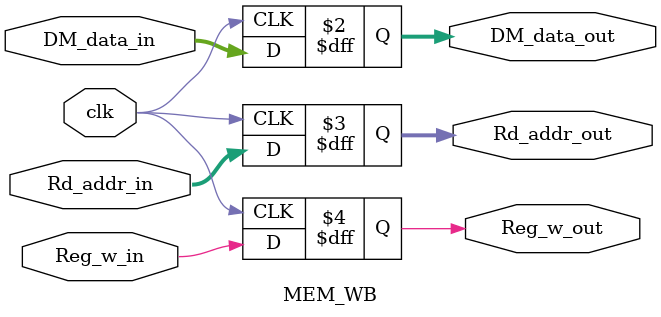
<source format=v>
module MEM_WB
(
    input [31:0] DM_data_in,
    input [4:0] Rd_addr_in,
    input Reg_w_in,
    input clk,
    output reg [31:0] DM_data_out,
    output reg [4:0] Rd_addr_out,
    output reg Reg_w_out
);

    always @(negedge clk)
    begin
        DM_data_out <= DM_data_in;
        Rd_addr_out <= Rd_addr_in;
        Reg_w_out <= Reg_w_in;
    end

endmodule
</source>
